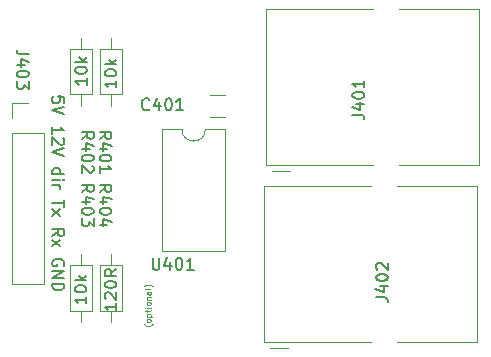
<source format=gbr>
%TF.GenerationSoftware,KiCad,Pcbnew,7.0.7*%
%TF.CreationDate,2024-02-24T14:04:37+01:00*%
%TF.ProjectId,Xnet,586e6574-2e6b-4696-9361-645f70636258,rev?*%
%TF.SameCoordinates,Original*%
%TF.FileFunction,Legend,Top*%
%TF.FilePolarity,Positive*%
%FSLAX46Y46*%
G04 Gerber Fmt 4.6, Leading zero omitted, Abs format (unit mm)*
G04 Created by KiCad (PCBNEW 7.0.7) date 2024-02-24 14:04:37*
%MOMM*%
%LPD*%
G01*
G04 APERTURE LIST*
%ADD10C,0.150000*%
%ADD11C,0.075000*%
%ADD12C,0.120000*%
%ADD13C,0.100000*%
%ADD14C,1.600000*%
%ADD15C,3.200000*%
%ADD16C,1.400000*%
%ADD17O,1.400000X1.400000*%
%ADD18R,1.700000X1.700000*%
%ADD19O,1.700000X1.700000*%
%ADD20C,3.250000*%
%ADD21R,1.520000X1.520000*%
%ADD22C,1.520000*%
%ADD23R,1.600000X1.600000*%
%ADD24O,1.600000X1.600000*%
G04 APERTURE END LIST*
D10*
X124545180Y-95309522D02*
X124545180Y-94833332D01*
X124545180Y-94833332D02*
X124068990Y-94785713D01*
X124068990Y-94785713D02*
X124116609Y-94833332D01*
X124116609Y-94833332D02*
X124164228Y-94928570D01*
X124164228Y-94928570D02*
X124164228Y-95166665D01*
X124164228Y-95166665D02*
X124116609Y-95261903D01*
X124116609Y-95261903D02*
X124068990Y-95309522D01*
X124068990Y-95309522D02*
X123973752Y-95357141D01*
X123973752Y-95357141D02*
X123735657Y-95357141D01*
X123735657Y-95357141D02*
X123640419Y-95309522D01*
X123640419Y-95309522D02*
X123592800Y-95261903D01*
X123592800Y-95261903D02*
X123545180Y-95166665D01*
X123545180Y-95166665D02*
X123545180Y-94928570D01*
X123545180Y-94928570D02*
X123592800Y-94833332D01*
X123592800Y-94833332D02*
X123640419Y-94785713D01*
X124545180Y-95642856D02*
X123545180Y-95976189D01*
X123545180Y-95976189D02*
X124545180Y-96309522D01*
X123545180Y-97928570D02*
X123545180Y-97357142D01*
X123545180Y-97642856D02*
X124545180Y-97642856D01*
X124545180Y-97642856D02*
X124402323Y-97547618D01*
X124402323Y-97547618D02*
X124307085Y-97452380D01*
X124307085Y-97452380D02*
X124259466Y-97357142D01*
X124449942Y-98309523D02*
X124497561Y-98357142D01*
X124497561Y-98357142D02*
X124545180Y-98452380D01*
X124545180Y-98452380D02*
X124545180Y-98690475D01*
X124545180Y-98690475D02*
X124497561Y-98785713D01*
X124497561Y-98785713D02*
X124449942Y-98833332D01*
X124449942Y-98833332D02*
X124354704Y-98880951D01*
X124354704Y-98880951D02*
X124259466Y-98880951D01*
X124259466Y-98880951D02*
X124116609Y-98833332D01*
X124116609Y-98833332D02*
X123545180Y-98261904D01*
X123545180Y-98261904D02*
X123545180Y-98880951D01*
X124545180Y-99166666D02*
X123545180Y-99499999D01*
X123545180Y-99499999D02*
X124545180Y-99833332D01*
X123545180Y-101357142D02*
X124545180Y-101357142D01*
X123592800Y-101357142D02*
X123545180Y-101261904D01*
X123545180Y-101261904D02*
X123545180Y-101071428D01*
X123545180Y-101071428D02*
X123592800Y-100976190D01*
X123592800Y-100976190D02*
X123640419Y-100928571D01*
X123640419Y-100928571D02*
X123735657Y-100880952D01*
X123735657Y-100880952D02*
X124021371Y-100880952D01*
X124021371Y-100880952D02*
X124116609Y-100928571D01*
X124116609Y-100928571D02*
X124164228Y-100976190D01*
X124164228Y-100976190D02*
X124211847Y-101071428D01*
X124211847Y-101071428D02*
X124211847Y-101261904D01*
X124211847Y-101261904D02*
X124164228Y-101357142D01*
X123545180Y-101833333D02*
X124211847Y-101833333D01*
X124545180Y-101833333D02*
X124497561Y-101785714D01*
X124497561Y-101785714D02*
X124449942Y-101833333D01*
X124449942Y-101833333D02*
X124497561Y-101880952D01*
X124497561Y-101880952D02*
X124545180Y-101833333D01*
X124545180Y-101833333D02*
X124449942Y-101833333D01*
X123545180Y-102309523D02*
X124211847Y-102309523D01*
X124021371Y-102309523D02*
X124116609Y-102357142D01*
X124116609Y-102357142D02*
X124164228Y-102404761D01*
X124164228Y-102404761D02*
X124211847Y-102499999D01*
X124211847Y-102499999D02*
X124211847Y-102595237D01*
X124545180Y-103547619D02*
X124545180Y-104119047D01*
X123545180Y-103833333D02*
X124545180Y-103833333D01*
X123545180Y-104357143D02*
X124211847Y-104880952D01*
X124211847Y-104357143D02*
X123545180Y-104880952D01*
X123545180Y-106595238D02*
X124021371Y-106261905D01*
X123545180Y-106023810D02*
X124545180Y-106023810D01*
X124545180Y-106023810D02*
X124545180Y-106404762D01*
X124545180Y-106404762D02*
X124497561Y-106500000D01*
X124497561Y-106500000D02*
X124449942Y-106547619D01*
X124449942Y-106547619D02*
X124354704Y-106595238D01*
X124354704Y-106595238D02*
X124211847Y-106595238D01*
X124211847Y-106595238D02*
X124116609Y-106547619D01*
X124116609Y-106547619D02*
X124068990Y-106500000D01*
X124068990Y-106500000D02*
X124021371Y-106404762D01*
X124021371Y-106404762D02*
X124021371Y-106023810D01*
X123545180Y-106928572D02*
X124211847Y-107452381D01*
X124211847Y-106928572D02*
X123545180Y-107452381D01*
X124497561Y-109119048D02*
X124545180Y-109023810D01*
X124545180Y-109023810D02*
X124545180Y-108880953D01*
X124545180Y-108880953D02*
X124497561Y-108738096D01*
X124497561Y-108738096D02*
X124402323Y-108642858D01*
X124402323Y-108642858D02*
X124307085Y-108595239D01*
X124307085Y-108595239D02*
X124116609Y-108547620D01*
X124116609Y-108547620D02*
X123973752Y-108547620D01*
X123973752Y-108547620D02*
X123783276Y-108595239D01*
X123783276Y-108595239D02*
X123688038Y-108642858D01*
X123688038Y-108642858D02*
X123592800Y-108738096D01*
X123592800Y-108738096D02*
X123545180Y-108880953D01*
X123545180Y-108880953D02*
X123545180Y-108976191D01*
X123545180Y-108976191D02*
X123592800Y-109119048D01*
X123592800Y-109119048D02*
X123640419Y-109166667D01*
X123640419Y-109166667D02*
X123973752Y-109166667D01*
X123973752Y-109166667D02*
X123973752Y-108976191D01*
X123545180Y-109595239D02*
X124545180Y-109595239D01*
X124545180Y-109595239D02*
X123545180Y-110166667D01*
X123545180Y-110166667D02*
X124545180Y-110166667D01*
X123545180Y-110642858D02*
X124545180Y-110642858D01*
X124545180Y-110642858D02*
X124545180Y-110880953D01*
X124545180Y-110880953D02*
X124497561Y-111023810D01*
X124497561Y-111023810D02*
X124402323Y-111119048D01*
X124402323Y-111119048D02*
X124307085Y-111166667D01*
X124307085Y-111166667D02*
X124116609Y-111214286D01*
X124116609Y-111214286D02*
X123973752Y-111214286D01*
X123973752Y-111214286D02*
X123783276Y-111166667D01*
X123783276Y-111166667D02*
X123688038Y-111119048D01*
X123688038Y-111119048D02*
X123592800Y-111023810D01*
X123592800Y-111023810D02*
X123545180Y-110880953D01*
X123545180Y-110880953D02*
X123545180Y-110642858D01*
D11*
X132052985Y-114064953D02*
X132029176Y-114088762D01*
X132029176Y-114088762D02*
X131957747Y-114136381D01*
X131957747Y-114136381D02*
X131910128Y-114160191D01*
X131910128Y-114160191D02*
X131838700Y-114184000D01*
X131838700Y-114184000D02*
X131719652Y-114207810D01*
X131719652Y-114207810D02*
X131624414Y-114207810D01*
X131624414Y-114207810D02*
X131505366Y-114184000D01*
X131505366Y-114184000D02*
X131433938Y-114160191D01*
X131433938Y-114160191D02*
X131386319Y-114136381D01*
X131386319Y-114136381D02*
X131314890Y-114088762D01*
X131314890Y-114088762D02*
X131291080Y-114064953D01*
X131862509Y-113803048D02*
X131838700Y-113850667D01*
X131838700Y-113850667D02*
X131814890Y-113874477D01*
X131814890Y-113874477D02*
X131767271Y-113898286D01*
X131767271Y-113898286D02*
X131624414Y-113898286D01*
X131624414Y-113898286D02*
X131576795Y-113874477D01*
X131576795Y-113874477D02*
X131552985Y-113850667D01*
X131552985Y-113850667D02*
X131529176Y-113803048D01*
X131529176Y-113803048D02*
X131529176Y-113731620D01*
X131529176Y-113731620D02*
X131552985Y-113684001D01*
X131552985Y-113684001D02*
X131576795Y-113660191D01*
X131576795Y-113660191D02*
X131624414Y-113636382D01*
X131624414Y-113636382D02*
X131767271Y-113636382D01*
X131767271Y-113636382D02*
X131814890Y-113660191D01*
X131814890Y-113660191D02*
X131838700Y-113684001D01*
X131838700Y-113684001D02*
X131862509Y-113731620D01*
X131862509Y-113731620D02*
X131862509Y-113803048D01*
X131529176Y-113422096D02*
X132029176Y-113422096D01*
X131552985Y-113422096D02*
X131529176Y-113374477D01*
X131529176Y-113374477D02*
X131529176Y-113279239D01*
X131529176Y-113279239D02*
X131552985Y-113231620D01*
X131552985Y-113231620D02*
X131576795Y-113207810D01*
X131576795Y-113207810D02*
X131624414Y-113184001D01*
X131624414Y-113184001D02*
X131767271Y-113184001D01*
X131767271Y-113184001D02*
X131814890Y-113207810D01*
X131814890Y-113207810D02*
X131838700Y-113231620D01*
X131838700Y-113231620D02*
X131862509Y-113279239D01*
X131862509Y-113279239D02*
X131862509Y-113374477D01*
X131862509Y-113374477D02*
X131838700Y-113422096D01*
X131529176Y-113041143D02*
X131529176Y-112850667D01*
X131362509Y-112969715D02*
X131791080Y-112969715D01*
X131791080Y-112969715D02*
X131838700Y-112945905D01*
X131838700Y-112945905D02*
X131862509Y-112898286D01*
X131862509Y-112898286D02*
X131862509Y-112850667D01*
X131862509Y-112684001D02*
X131529176Y-112684001D01*
X131362509Y-112684001D02*
X131386319Y-112707810D01*
X131386319Y-112707810D02*
X131410128Y-112684001D01*
X131410128Y-112684001D02*
X131386319Y-112660191D01*
X131386319Y-112660191D02*
X131362509Y-112684001D01*
X131362509Y-112684001D02*
X131410128Y-112684001D01*
X131862509Y-112374477D02*
X131838700Y-112422096D01*
X131838700Y-112422096D02*
X131814890Y-112445906D01*
X131814890Y-112445906D02*
X131767271Y-112469715D01*
X131767271Y-112469715D02*
X131624414Y-112469715D01*
X131624414Y-112469715D02*
X131576795Y-112445906D01*
X131576795Y-112445906D02*
X131552985Y-112422096D01*
X131552985Y-112422096D02*
X131529176Y-112374477D01*
X131529176Y-112374477D02*
X131529176Y-112303049D01*
X131529176Y-112303049D02*
X131552985Y-112255430D01*
X131552985Y-112255430D02*
X131576795Y-112231620D01*
X131576795Y-112231620D02*
X131624414Y-112207811D01*
X131624414Y-112207811D02*
X131767271Y-112207811D01*
X131767271Y-112207811D02*
X131814890Y-112231620D01*
X131814890Y-112231620D02*
X131838700Y-112255430D01*
X131838700Y-112255430D02*
X131862509Y-112303049D01*
X131862509Y-112303049D02*
X131862509Y-112374477D01*
X131529176Y-111993525D02*
X131862509Y-111993525D01*
X131576795Y-111993525D02*
X131552985Y-111969715D01*
X131552985Y-111969715D02*
X131529176Y-111922096D01*
X131529176Y-111922096D02*
X131529176Y-111850668D01*
X131529176Y-111850668D02*
X131552985Y-111803049D01*
X131552985Y-111803049D02*
X131600604Y-111779239D01*
X131600604Y-111779239D02*
X131862509Y-111779239D01*
X131862509Y-111326858D02*
X131600604Y-111326858D01*
X131600604Y-111326858D02*
X131552985Y-111350668D01*
X131552985Y-111350668D02*
X131529176Y-111398287D01*
X131529176Y-111398287D02*
X131529176Y-111493525D01*
X131529176Y-111493525D02*
X131552985Y-111541144D01*
X131838700Y-111326858D02*
X131862509Y-111374477D01*
X131862509Y-111374477D02*
X131862509Y-111493525D01*
X131862509Y-111493525D02*
X131838700Y-111541144D01*
X131838700Y-111541144D02*
X131791080Y-111564953D01*
X131791080Y-111564953D02*
X131743461Y-111564953D01*
X131743461Y-111564953D02*
X131695842Y-111541144D01*
X131695842Y-111541144D02*
X131672033Y-111493525D01*
X131672033Y-111493525D02*
X131672033Y-111374477D01*
X131672033Y-111374477D02*
X131648223Y-111326858D01*
X131862509Y-111017334D02*
X131838700Y-111064953D01*
X131838700Y-111064953D02*
X131791080Y-111088763D01*
X131791080Y-111088763D02*
X131362509Y-111088763D01*
X132052985Y-110874477D02*
X132029176Y-110850667D01*
X132029176Y-110850667D02*
X131957747Y-110803048D01*
X131957747Y-110803048D02*
X131910128Y-110779239D01*
X131910128Y-110779239D02*
X131838700Y-110755429D01*
X131838700Y-110755429D02*
X131719652Y-110731620D01*
X131719652Y-110731620D02*
X131624414Y-110731620D01*
X131624414Y-110731620D02*
X131505366Y-110755429D01*
X131505366Y-110755429D02*
X131433938Y-110779239D01*
X131433938Y-110779239D02*
X131386319Y-110803048D01*
X131386319Y-110803048D02*
X131314890Y-110850667D01*
X131314890Y-110850667D02*
X131291080Y-110874477D01*
D10*
X131750952Y-95859580D02*
X131703333Y-95907200D01*
X131703333Y-95907200D02*
X131560476Y-95954819D01*
X131560476Y-95954819D02*
X131465238Y-95954819D01*
X131465238Y-95954819D02*
X131322381Y-95907200D01*
X131322381Y-95907200D02*
X131227143Y-95811961D01*
X131227143Y-95811961D02*
X131179524Y-95716723D01*
X131179524Y-95716723D02*
X131131905Y-95526247D01*
X131131905Y-95526247D02*
X131131905Y-95383390D01*
X131131905Y-95383390D02*
X131179524Y-95192914D01*
X131179524Y-95192914D02*
X131227143Y-95097676D01*
X131227143Y-95097676D02*
X131322381Y-95002438D01*
X131322381Y-95002438D02*
X131465238Y-94954819D01*
X131465238Y-94954819D02*
X131560476Y-94954819D01*
X131560476Y-94954819D02*
X131703333Y-95002438D01*
X131703333Y-95002438D02*
X131750952Y-95050057D01*
X132608095Y-95288152D02*
X132608095Y-95954819D01*
X132370000Y-94907200D02*
X132131905Y-95621485D01*
X132131905Y-95621485D02*
X132750952Y-95621485D01*
X133322381Y-94954819D02*
X133417619Y-94954819D01*
X133417619Y-94954819D02*
X133512857Y-95002438D01*
X133512857Y-95002438D02*
X133560476Y-95050057D01*
X133560476Y-95050057D02*
X133608095Y-95145295D01*
X133608095Y-95145295D02*
X133655714Y-95335771D01*
X133655714Y-95335771D02*
X133655714Y-95573866D01*
X133655714Y-95573866D02*
X133608095Y-95764342D01*
X133608095Y-95764342D02*
X133560476Y-95859580D01*
X133560476Y-95859580D02*
X133512857Y-95907200D01*
X133512857Y-95907200D02*
X133417619Y-95954819D01*
X133417619Y-95954819D02*
X133322381Y-95954819D01*
X133322381Y-95954819D02*
X133227143Y-95907200D01*
X133227143Y-95907200D02*
X133179524Y-95859580D01*
X133179524Y-95859580D02*
X133131905Y-95764342D01*
X133131905Y-95764342D02*
X133084286Y-95573866D01*
X133084286Y-95573866D02*
X133084286Y-95335771D01*
X133084286Y-95335771D02*
X133131905Y-95145295D01*
X133131905Y-95145295D02*
X133179524Y-95050057D01*
X133179524Y-95050057D02*
X133227143Y-95002438D01*
X133227143Y-95002438D02*
X133322381Y-94954819D01*
X134608095Y-95954819D02*
X134036667Y-95954819D01*
X134322381Y-95954819D02*
X134322381Y-94954819D01*
X134322381Y-94954819D02*
X134227143Y-95097676D01*
X134227143Y-95097676D02*
X134131905Y-95192914D01*
X134131905Y-95192914D02*
X134036667Y-95240533D01*
X127545180Y-98380952D02*
X128021371Y-98047619D01*
X127545180Y-97809524D02*
X128545180Y-97809524D01*
X128545180Y-97809524D02*
X128545180Y-98190476D01*
X128545180Y-98190476D02*
X128497561Y-98285714D01*
X128497561Y-98285714D02*
X128449942Y-98333333D01*
X128449942Y-98333333D02*
X128354704Y-98380952D01*
X128354704Y-98380952D02*
X128211847Y-98380952D01*
X128211847Y-98380952D02*
X128116609Y-98333333D01*
X128116609Y-98333333D02*
X128068990Y-98285714D01*
X128068990Y-98285714D02*
X128021371Y-98190476D01*
X128021371Y-98190476D02*
X128021371Y-97809524D01*
X128211847Y-99238095D02*
X127545180Y-99238095D01*
X128592800Y-99000000D02*
X127878514Y-98761905D01*
X127878514Y-98761905D02*
X127878514Y-99380952D01*
X128545180Y-99952381D02*
X128545180Y-100047619D01*
X128545180Y-100047619D02*
X128497561Y-100142857D01*
X128497561Y-100142857D02*
X128449942Y-100190476D01*
X128449942Y-100190476D02*
X128354704Y-100238095D01*
X128354704Y-100238095D02*
X128164228Y-100285714D01*
X128164228Y-100285714D02*
X127926133Y-100285714D01*
X127926133Y-100285714D02*
X127735657Y-100238095D01*
X127735657Y-100238095D02*
X127640419Y-100190476D01*
X127640419Y-100190476D02*
X127592800Y-100142857D01*
X127592800Y-100142857D02*
X127545180Y-100047619D01*
X127545180Y-100047619D02*
X127545180Y-99952381D01*
X127545180Y-99952381D02*
X127592800Y-99857143D01*
X127592800Y-99857143D02*
X127640419Y-99809524D01*
X127640419Y-99809524D02*
X127735657Y-99761905D01*
X127735657Y-99761905D02*
X127926133Y-99714286D01*
X127926133Y-99714286D02*
X128164228Y-99714286D01*
X128164228Y-99714286D02*
X128354704Y-99761905D01*
X128354704Y-99761905D02*
X128449942Y-99809524D01*
X128449942Y-99809524D02*
X128497561Y-99857143D01*
X128497561Y-99857143D02*
X128545180Y-99952381D01*
X127545180Y-101238095D02*
X127545180Y-100666667D01*
X127545180Y-100952381D02*
X128545180Y-100952381D01*
X128545180Y-100952381D02*
X128402323Y-100857143D01*
X128402323Y-100857143D02*
X128307085Y-100761905D01*
X128307085Y-100761905D02*
X128259466Y-100666667D01*
X128978819Y-93457638D02*
X128978819Y-94029066D01*
X128978819Y-93743352D02*
X127978819Y-93743352D01*
X127978819Y-93743352D02*
X128121676Y-93838590D01*
X128121676Y-93838590D02*
X128216914Y-93933828D01*
X128216914Y-93933828D02*
X128264533Y-94029066D01*
X127978819Y-92838590D02*
X127978819Y-92743352D01*
X127978819Y-92743352D02*
X128026438Y-92648114D01*
X128026438Y-92648114D02*
X128074057Y-92600495D01*
X128074057Y-92600495D02*
X128169295Y-92552876D01*
X128169295Y-92552876D02*
X128359771Y-92505257D01*
X128359771Y-92505257D02*
X128597866Y-92505257D01*
X128597866Y-92505257D02*
X128788342Y-92552876D01*
X128788342Y-92552876D02*
X128883580Y-92600495D01*
X128883580Y-92600495D02*
X128931200Y-92648114D01*
X128931200Y-92648114D02*
X128978819Y-92743352D01*
X128978819Y-92743352D02*
X128978819Y-92838590D01*
X128978819Y-92838590D02*
X128931200Y-92933828D01*
X128931200Y-92933828D02*
X128883580Y-92981447D01*
X128883580Y-92981447D02*
X128788342Y-93029066D01*
X128788342Y-93029066D02*
X128597866Y-93076685D01*
X128597866Y-93076685D02*
X128359771Y-93076685D01*
X128359771Y-93076685D02*
X128169295Y-93029066D01*
X128169295Y-93029066D02*
X128074057Y-92981447D01*
X128074057Y-92981447D02*
X128026438Y-92933828D01*
X128026438Y-92933828D02*
X127978819Y-92838590D01*
X128978819Y-92076685D02*
X127978819Y-92076685D01*
X128597866Y-91981447D02*
X128978819Y-91695733D01*
X128312152Y-91695733D02*
X128693104Y-92076685D01*
X121545180Y-91214285D02*
X120830895Y-91214285D01*
X120830895Y-91214285D02*
X120688038Y-91166666D01*
X120688038Y-91166666D02*
X120592800Y-91071428D01*
X120592800Y-91071428D02*
X120545180Y-90928571D01*
X120545180Y-90928571D02*
X120545180Y-90833333D01*
X121211847Y-92119047D02*
X120545180Y-92119047D01*
X121592800Y-91880952D02*
X120878514Y-91642857D01*
X120878514Y-91642857D02*
X120878514Y-92261904D01*
X121545180Y-92833333D02*
X121545180Y-92928571D01*
X121545180Y-92928571D02*
X121497561Y-93023809D01*
X121497561Y-93023809D02*
X121449942Y-93071428D01*
X121449942Y-93071428D02*
X121354704Y-93119047D01*
X121354704Y-93119047D02*
X121164228Y-93166666D01*
X121164228Y-93166666D02*
X120926133Y-93166666D01*
X120926133Y-93166666D02*
X120735657Y-93119047D01*
X120735657Y-93119047D02*
X120640419Y-93071428D01*
X120640419Y-93071428D02*
X120592800Y-93023809D01*
X120592800Y-93023809D02*
X120545180Y-92928571D01*
X120545180Y-92928571D02*
X120545180Y-92833333D01*
X120545180Y-92833333D02*
X120592800Y-92738095D01*
X120592800Y-92738095D02*
X120640419Y-92690476D01*
X120640419Y-92690476D02*
X120735657Y-92642857D01*
X120735657Y-92642857D02*
X120926133Y-92595238D01*
X120926133Y-92595238D02*
X121164228Y-92595238D01*
X121164228Y-92595238D02*
X121354704Y-92642857D01*
X121354704Y-92642857D02*
X121449942Y-92690476D01*
X121449942Y-92690476D02*
X121497561Y-92738095D01*
X121497561Y-92738095D02*
X121545180Y-92833333D01*
X121545180Y-93500000D02*
X121545180Y-94119047D01*
X121545180Y-94119047D02*
X121164228Y-93785714D01*
X121164228Y-93785714D02*
X121164228Y-93928571D01*
X121164228Y-93928571D02*
X121116609Y-94023809D01*
X121116609Y-94023809D02*
X121068990Y-94071428D01*
X121068990Y-94071428D02*
X120973752Y-94119047D01*
X120973752Y-94119047D02*
X120735657Y-94119047D01*
X120735657Y-94119047D02*
X120640419Y-94071428D01*
X120640419Y-94071428D02*
X120592800Y-94023809D01*
X120592800Y-94023809D02*
X120545180Y-93928571D01*
X120545180Y-93928571D02*
X120545180Y-93642857D01*
X120545180Y-93642857D02*
X120592800Y-93547619D01*
X120592800Y-93547619D02*
X120640419Y-93500000D01*
X150954819Y-111785714D02*
X151669104Y-111785714D01*
X151669104Y-111785714D02*
X151811961Y-111833333D01*
X151811961Y-111833333D02*
X151907200Y-111928571D01*
X151907200Y-111928571D02*
X151954819Y-112071428D01*
X151954819Y-112071428D02*
X151954819Y-112166666D01*
X151288152Y-110880952D02*
X151954819Y-110880952D01*
X150907200Y-111119047D02*
X151621485Y-111357142D01*
X151621485Y-111357142D02*
X151621485Y-110738095D01*
X150954819Y-110166666D02*
X150954819Y-110071428D01*
X150954819Y-110071428D02*
X151002438Y-109976190D01*
X151002438Y-109976190D02*
X151050057Y-109928571D01*
X151050057Y-109928571D02*
X151145295Y-109880952D01*
X151145295Y-109880952D02*
X151335771Y-109833333D01*
X151335771Y-109833333D02*
X151573866Y-109833333D01*
X151573866Y-109833333D02*
X151764342Y-109880952D01*
X151764342Y-109880952D02*
X151859580Y-109928571D01*
X151859580Y-109928571D02*
X151907200Y-109976190D01*
X151907200Y-109976190D02*
X151954819Y-110071428D01*
X151954819Y-110071428D02*
X151954819Y-110166666D01*
X151954819Y-110166666D02*
X151907200Y-110261904D01*
X151907200Y-110261904D02*
X151859580Y-110309523D01*
X151859580Y-110309523D02*
X151764342Y-110357142D01*
X151764342Y-110357142D02*
X151573866Y-110404761D01*
X151573866Y-110404761D02*
X151335771Y-110404761D01*
X151335771Y-110404761D02*
X151145295Y-110357142D01*
X151145295Y-110357142D02*
X151050057Y-110309523D01*
X151050057Y-110309523D02*
X151002438Y-110261904D01*
X151002438Y-110261904D02*
X150954819Y-110166666D01*
X151050057Y-109452380D02*
X151002438Y-109404761D01*
X151002438Y-109404761D02*
X150954819Y-109309523D01*
X150954819Y-109309523D02*
X150954819Y-109071428D01*
X150954819Y-109071428D02*
X151002438Y-108976190D01*
X151002438Y-108976190D02*
X151050057Y-108928571D01*
X151050057Y-108928571D02*
X151145295Y-108880952D01*
X151145295Y-108880952D02*
X151240533Y-108880952D01*
X151240533Y-108880952D02*
X151383390Y-108928571D01*
X151383390Y-108928571D02*
X151954819Y-109499999D01*
X151954819Y-109499999D02*
X151954819Y-108880952D01*
X126045180Y-98380952D02*
X126521371Y-98047619D01*
X126045180Y-97809524D02*
X127045180Y-97809524D01*
X127045180Y-97809524D02*
X127045180Y-98190476D01*
X127045180Y-98190476D02*
X126997561Y-98285714D01*
X126997561Y-98285714D02*
X126949942Y-98333333D01*
X126949942Y-98333333D02*
X126854704Y-98380952D01*
X126854704Y-98380952D02*
X126711847Y-98380952D01*
X126711847Y-98380952D02*
X126616609Y-98333333D01*
X126616609Y-98333333D02*
X126568990Y-98285714D01*
X126568990Y-98285714D02*
X126521371Y-98190476D01*
X126521371Y-98190476D02*
X126521371Y-97809524D01*
X126711847Y-99238095D02*
X126045180Y-99238095D01*
X127092800Y-99000000D02*
X126378514Y-98761905D01*
X126378514Y-98761905D02*
X126378514Y-99380952D01*
X127045180Y-99952381D02*
X127045180Y-100047619D01*
X127045180Y-100047619D02*
X126997561Y-100142857D01*
X126997561Y-100142857D02*
X126949942Y-100190476D01*
X126949942Y-100190476D02*
X126854704Y-100238095D01*
X126854704Y-100238095D02*
X126664228Y-100285714D01*
X126664228Y-100285714D02*
X126426133Y-100285714D01*
X126426133Y-100285714D02*
X126235657Y-100238095D01*
X126235657Y-100238095D02*
X126140419Y-100190476D01*
X126140419Y-100190476D02*
X126092800Y-100142857D01*
X126092800Y-100142857D02*
X126045180Y-100047619D01*
X126045180Y-100047619D02*
X126045180Y-99952381D01*
X126045180Y-99952381D02*
X126092800Y-99857143D01*
X126092800Y-99857143D02*
X126140419Y-99809524D01*
X126140419Y-99809524D02*
X126235657Y-99761905D01*
X126235657Y-99761905D02*
X126426133Y-99714286D01*
X126426133Y-99714286D02*
X126664228Y-99714286D01*
X126664228Y-99714286D02*
X126854704Y-99761905D01*
X126854704Y-99761905D02*
X126949942Y-99809524D01*
X126949942Y-99809524D02*
X126997561Y-99857143D01*
X126997561Y-99857143D02*
X127045180Y-99952381D01*
X126949942Y-100666667D02*
X126997561Y-100714286D01*
X126997561Y-100714286D02*
X127045180Y-100809524D01*
X127045180Y-100809524D02*
X127045180Y-101047619D01*
X127045180Y-101047619D02*
X126997561Y-101142857D01*
X126997561Y-101142857D02*
X126949942Y-101190476D01*
X126949942Y-101190476D02*
X126854704Y-101238095D01*
X126854704Y-101238095D02*
X126759466Y-101238095D01*
X126759466Y-101238095D02*
X126616609Y-101190476D01*
X126616609Y-101190476D02*
X126045180Y-100619048D01*
X126045180Y-100619048D02*
X126045180Y-101238095D01*
X126489619Y-93229038D02*
X126489619Y-93800466D01*
X126489619Y-93514752D02*
X125489619Y-93514752D01*
X125489619Y-93514752D02*
X125632476Y-93609990D01*
X125632476Y-93609990D02*
X125727714Y-93705228D01*
X125727714Y-93705228D02*
X125775333Y-93800466D01*
X125489619Y-92609990D02*
X125489619Y-92514752D01*
X125489619Y-92514752D02*
X125537238Y-92419514D01*
X125537238Y-92419514D02*
X125584857Y-92371895D01*
X125584857Y-92371895D02*
X125680095Y-92324276D01*
X125680095Y-92324276D02*
X125870571Y-92276657D01*
X125870571Y-92276657D02*
X126108666Y-92276657D01*
X126108666Y-92276657D02*
X126299142Y-92324276D01*
X126299142Y-92324276D02*
X126394380Y-92371895D01*
X126394380Y-92371895D02*
X126442000Y-92419514D01*
X126442000Y-92419514D02*
X126489619Y-92514752D01*
X126489619Y-92514752D02*
X126489619Y-92609990D01*
X126489619Y-92609990D02*
X126442000Y-92705228D01*
X126442000Y-92705228D02*
X126394380Y-92752847D01*
X126394380Y-92752847D02*
X126299142Y-92800466D01*
X126299142Y-92800466D02*
X126108666Y-92848085D01*
X126108666Y-92848085D02*
X125870571Y-92848085D01*
X125870571Y-92848085D02*
X125680095Y-92800466D01*
X125680095Y-92800466D02*
X125584857Y-92752847D01*
X125584857Y-92752847D02*
X125537238Y-92705228D01*
X125537238Y-92705228D02*
X125489619Y-92609990D01*
X126489619Y-91848085D02*
X125489619Y-91848085D01*
X126108666Y-91752847D02*
X126489619Y-91467133D01*
X125822952Y-91467133D02*
X126203904Y-91848085D01*
X126045180Y-102880952D02*
X126521371Y-102547619D01*
X126045180Y-102309524D02*
X127045180Y-102309524D01*
X127045180Y-102309524D02*
X127045180Y-102690476D01*
X127045180Y-102690476D02*
X126997561Y-102785714D01*
X126997561Y-102785714D02*
X126949942Y-102833333D01*
X126949942Y-102833333D02*
X126854704Y-102880952D01*
X126854704Y-102880952D02*
X126711847Y-102880952D01*
X126711847Y-102880952D02*
X126616609Y-102833333D01*
X126616609Y-102833333D02*
X126568990Y-102785714D01*
X126568990Y-102785714D02*
X126521371Y-102690476D01*
X126521371Y-102690476D02*
X126521371Y-102309524D01*
X126711847Y-103738095D02*
X126045180Y-103738095D01*
X127092800Y-103500000D02*
X126378514Y-103261905D01*
X126378514Y-103261905D02*
X126378514Y-103880952D01*
X127045180Y-104452381D02*
X127045180Y-104547619D01*
X127045180Y-104547619D02*
X126997561Y-104642857D01*
X126997561Y-104642857D02*
X126949942Y-104690476D01*
X126949942Y-104690476D02*
X126854704Y-104738095D01*
X126854704Y-104738095D02*
X126664228Y-104785714D01*
X126664228Y-104785714D02*
X126426133Y-104785714D01*
X126426133Y-104785714D02*
X126235657Y-104738095D01*
X126235657Y-104738095D02*
X126140419Y-104690476D01*
X126140419Y-104690476D02*
X126092800Y-104642857D01*
X126092800Y-104642857D02*
X126045180Y-104547619D01*
X126045180Y-104547619D02*
X126045180Y-104452381D01*
X126045180Y-104452381D02*
X126092800Y-104357143D01*
X126092800Y-104357143D02*
X126140419Y-104309524D01*
X126140419Y-104309524D02*
X126235657Y-104261905D01*
X126235657Y-104261905D02*
X126426133Y-104214286D01*
X126426133Y-104214286D02*
X126664228Y-104214286D01*
X126664228Y-104214286D02*
X126854704Y-104261905D01*
X126854704Y-104261905D02*
X126949942Y-104309524D01*
X126949942Y-104309524D02*
X126997561Y-104357143D01*
X126997561Y-104357143D02*
X127045180Y-104452381D01*
X127045180Y-105119048D02*
X127045180Y-105738095D01*
X127045180Y-105738095D02*
X126664228Y-105404762D01*
X126664228Y-105404762D02*
X126664228Y-105547619D01*
X126664228Y-105547619D02*
X126616609Y-105642857D01*
X126616609Y-105642857D02*
X126568990Y-105690476D01*
X126568990Y-105690476D02*
X126473752Y-105738095D01*
X126473752Y-105738095D02*
X126235657Y-105738095D01*
X126235657Y-105738095D02*
X126140419Y-105690476D01*
X126140419Y-105690476D02*
X126092800Y-105642857D01*
X126092800Y-105642857D02*
X126045180Y-105547619D01*
X126045180Y-105547619D02*
X126045180Y-105261905D01*
X126045180Y-105261905D02*
X126092800Y-105166667D01*
X126092800Y-105166667D02*
X126140419Y-105119048D01*
X126438819Y-111745638D02*
X126438819Y-112317066D01*
X126438819Y-112031352D02*
X125438819Y-112031352D01*
X125438819Y-112031352D02*
X125581676Y-112126590D01*
X125581676Y-112126590D02*
X125676914Y-112221828D01*
X125676914Y-112221828D02*
X125724533Y-112317066D01*
X125438819Y-111126590D02*
X125438819Y-111031352D01*
X125438819Y-111031352D02*
X125486438Y-110936114D01*
X125486438Y-110936114D02*
X125534057Y-110888495D01*
X125534057Y-110888495D02*
X125629295Y-110840876D01*
X125629295Y-110840876D02*
X125819771Y-110793257D01*
X125819771Y-110793257D02*
X126057866Y-110793257D01*
X126057866Y-110793257D02*
X126248342Y-110840876D01*
X126248342Y-110840876D02*
X126343580Y-110888495D01*
X126343580Y-110888495D02*
X126391200Y-110936114D01*
X126391200Y-110936114D02*
X126438819Y-111031352D01*
X126438819Y-111031352D02*
X126438819Y-111126590D01*
X126438819Y-111126590D02*
X126391200Y-111221828D01*
X126391200Y-111221828D02*
X126343580Y-111269447D01*
X126343580Y-111269447D02*
X126248342Y-111317066D01*
X126248342Y-111317066D02*
X126057866Y-111364685D01*
X126057866Y-111364685D02*
X125819771Y-111364685D01*
X125819771Y-111364685D02*
X125629295Y-111317066D01*
X125629295Y-111317066D02*
X125534057Y-111269447D01*
X125534057Y-111269447D02*
X125486438Y-111221828D01*
X125486438Y-111221828D02*
X125438819Y-111126590D01*
X126438819Y-110364685D02*
X125438819Y-110364685D01*
X126057866Y-110269447D02*
X126438819Y-109983733D01*
X125772152Y-109983733D02*
X126153104Y-110364685D01*
X148954819Y-96345714D02*
X149669104Y-96345714D01*
X149669104Y-96345714D02*
X149811961Y-96393333D01*
X149811961Y-96393333D02*
X149907200Y-96488571D01*
X149907200Y-96488571D02*
X149954819Y-96631428D01*
X149954819Y-96631428D02*
X149954819Y-96726666D01*
X149288152Y-95440952D02*
X149954819Y-95440952D01*
X148907200Y-95679047D02*
X149621485Y-95917142D01*
X149621485Y-95917142D02*
X149621485Y-95298095D01*
X148954819Y-94726666D02*
X148954819Y-94631428D01*
X148954819Y-94631428D02*
X149002438Y-94536190D01*
X149002438Y-94536190D02*
X149050057Y-94488571D01*
X149050057Y-94488571D02*
X149145295Y-94440952D01*
X149145295Y-94440952D02*
X149335771Y-94393333D01*
X149335771Y-94393333D02*
X149573866Y-94393333D01*
X149573866Y-94393333D02*
X149764342Y-94440952D01*
X149764342Y-94440952D02*
X149859580Y-94488571D01*
X149859580Y-94488571D02*
X149907200Y-94536190D01*
X149907200Y-94536190D02*
X149954819Y-94631428D01*
X149954819Y-94631428D02*
X149954819Y-94726666D01*
X149954819Y-94726666D02*
X149907200Y-94821904D01*
X149907200Y-94821904D02*
X149859580Y-94869523D01*
X149859580Y-94869523D02*
X149764342Y-94917142D01*
X149764342Y-94917142D02*
X149573866Y-94964761D01*
X149573866Y-94964761D02*
X149335771Y-94964761D01*
X149335771Y-94964761D02*
X149145295Y-94917142D01*
X149145295Y-94917142D02*
X149050057Y-94869523D01*
X149050057Y-94869523D02*
X149002438Y-94821904D01*
X149002438Y-94821904D02*
X148954819Y-94726666D01*
X149954819Y-93440952D02*
X149954819Y-94012380D01*
X149954819Y-93726666D02*
X148954819Y-93726666D01*
X148954819Y-93726666D02*
X149097676Y-93821904D01*
X149097676Y-93821904D02*
X149192914Y-93917142D01*
X149192914Y-93917142D02*
X149240533Y-94012380D01*
X127545180Y-102880952D02*
X128021371Y-102547619D01*
X127545180Y-102309524D02*
X128545180Y-102309524D01*
X128545180Y-102309524D02*
X128545180Y-102690476D01*
X128545180Y-102690476D02*
X128497561Y-102785714D01*
X128497561Y-102785714D02*
X128449942Y-102833333D01*
X128449942Y-102833333D02*
X128354704Y-102880952D01*
X128354704Y-102880952D02*
X128211847Y-102880952D01*
X128211847Y-102880952D02*
X128116609Y-102833333D01*
X128116609Y-102833333D02*
X128068990Y-102785714D01*
X128068990Y-102785714D02*
X128021371Y-102690476D01*
X128021371Y-102690476D02*
X128021371Y-102309524D01*
X128211847Y-103738095D02*
X127545180Y-103738095D01*
X128592800Y-103500000D02*
X127878514Y-103261905D01*
X127878514Y-103261905D02*
X127878514Y-103880952D01*
X128545180Y-104452381D02*
X128545180Y-104547619D01*
X128545180Y-104547619D02*
X128497561Y-104642857D01*
X128497561Y-104642857D02*
X128449942Y-104690476D01*
X128449942Y-104690476D02*
X128354704Y-104738095D01*
X128354704Y-104738095D02*
X128164228Y-104785714D01*
X128164228Y-104785714D02*
X127926133Y-104785714D01*
X127926133Y-104785714D02*
X127735657Y-104738095D01*
X127735657Y-104738095D02*
X127640419Y-104690476D01*
X127640419Y-104690476D02*
X127592800Y-104642857D01*
X127592800Y-104642857D02*
X127545180Y-104547619D01*
X127545180Y-104547619D02*
X127545180Y-104452381D01*
X127545180Y-104452381D02*
X127592800Y-104357143D01*
X127592800Y-104357143D02*
X127640419Y-104309524D01*
X127640419Y-104309524D02*
X127735657Y-104261905D01*
X127735657Y-104261905D02*
X127926133Y-104214286D01*
X127926133Y-104214286D02*
X128164228Y-104214286D01*
X128164228Y-104214286D02*
X128354704Y-104261905D01*
X128354704Y-104261905D02*
X128449942Y-104309524D01*
X128449942Y-104309524D02*
X128497561Y-104357143D01*
X128497561Y-104357143D02*
X128545180Y-104452381D01*
X128211847Y-105642857D02*
X127545180Y-105642857D01*
X128592800Y-105404762D02*
X127878514Y-105166667D01*
X127878514Y-105166667D02*
X127878514Y-105785714D01*
X128978819Y-112317066D02*
X128978819Y-112888494D01*
X128978819Y-112602780D02*
X127978819Y-112602780D01*
X127978819Y-112602780D02*
X128121676Y-112698018D01*
X128121676Y-112698018D02*
X128216914Y-112793256D01*
X128216914Y-112793256D02*
X128264533Y-112888494D01*
X128074057Y-111936113D02*
X128026438Y-111888494D01*
X128026438Y-111888494D02*
X127978819Y-111793256D01*
X127978819Y-111793256D02*
X127978819Y-111555161D01*
X127978819Y-111555161D02*
X128026438Y-111459923D01*
X128026438Y-111459923D02*
X128074057Y-111412304D01*
X128074057Y-111412304D02*
X128169295Y-111364685D01*
X128169295Y-111364685D02*
X128264533Y-111364685D01*
X128264533Y-111364685D02*
X128407390Y-111412304D01*
X128407390Y-111412304D02*
X128978819Y-111983732D01*
X128978819Y-111983732D02*
X128978819Y-111364685D01*
X127978819Y-110745637D02*
X127978819Y-110650399D01*
X127978819Y-110650399D02*
X128026438Y-110555161D01*
X128026438Y-110555161D02*
X128074057Y-110507542D01*
X128074057Y-110507542D02*
X128169295Y-110459923D01*
X128169295Y-110459923D02*
X128359771Y-110412304D01*
X128359771Y-110412304D02*
X128597866Y-110412304D01*
X128597866Y-110412304D02*
X128788342Y-110459923D01*
X128788342Y-110459923D02*
X128883580Y-110507542D01*
X128883580Y-110507542D02*
X128931200Y-110555161D01*
X128931200Y-110555161D02*
X128978819Y-110650399D01*
X128978819Y-110650399D02*
X128978819Y-110745637D01*
X128978819Y-110745637D02*
X128931200Y-110840875D01*
X128931200Y-110840875D02*
X128883580Y-110888494D01*
X128883580Y-110888494D02*
X128788342Y-110936113D01*
X128788342Y-110936113D02*
X128597866Y-110983732D01*
X128597866Y-110983732D02*
X128359771Y-110983732D01*
X128359771Y-110983732D02*
X128169295Y-110936113D01*
X128169295Y-110936113D02*
X128074057Y-110888494D01*
X128074057Y-110888494D02*
X128026438Y-110840875D01*
X128026438Y-110840875D02*
X127978819Y-110745637D01*
X128978819Y-109412304D02*
X128502628Y-109745637D01*
X128978819Y-109983732D02*
X127978819Y-109983732D01*
X127978819Y-109983732D02*
X127978819Y-109602780D01*
X127978819Y-109602780D02*
X128026438Y-109507542D01*
X128026438Y-109507542D02*
X128074057Y-109459923D01*
X128074057Y-109459923D02*
X128169295Y-109412304D01*
X128169295Y-109412304D02*
X128312152Y-109412304D01*
X128312152Y-109412304D02*
X128407390Y-109459923D01*
X128407390Y-109459923D02*
X128455009Y-109507542D01*
X128455009Y-109507542D02*
X128502628Y-109602780D01*
X128502628Y-109602780D02*
X128502628Y-109983732D01*
X132035714Y-108454819D02*
X132035714Y-109264342D01*
X132035714Y-109264342D02*
X132083333Y-109359580D01*
X132083333Y-109359580D02*
X132130952Y-109407200D01*
X132130952Y-109407200D02*
X132226190Y-109454819D01*
X132226190Y-109454819D02*
X132416666Y-109454819D01*
X132416666Y-109454819D02*
X132511904Y-109407200D01*
X132511904Y-109407200D02*
X132559523Y-109359580D01*
X132559523Y-109359580D02*
X132607142Y-109264342D01*
X132607142Y-109264342D02*
X132607142Y-108454819D01*
X133511904Y-108788152D02*
X133511904Y-109454819D01*
X133273809Y-108407200D02*
X133035714Y-109121485D01*
X133035714Y-109121485D02*
X133654761Y-109121485D01*
X134226190Y-108454819D02*
X134321428Y-108454819D01*
X134321428Y-108454819D02*
X134416666Y-108502438D01*
X134416666Y-108502438D02*
X134464285Y-108550057D01*
X134464285Y-108550057D02*
X134511904Y-108645295D01*
X134511904Y-108645295D02*
X134559523Y-108835771D01*
X134559523Y-108835771D02*
X134559523Y-109073866D01*
X134559523Y-109073866D02*
X134511904Y-109264342D01*
X134511904Y-109264342D02*
X134464285Y-109359580D01*
X134464285Y-109359580D02*
X134416666Y-109407200D01*
X134416666Y-109407200D02*
X134321428Y-109454819D01*
X134321428Y-109454819D02*
X134226190Y-109454819D01*
X134226190Y-109454819D02*
X134130952Y-109407200D01*
X134130952Y-109407200D02*
X134083333Y-109359580D01*
X134083333Y-109359580D02*
X134035714Y-109264342D01*
X134035714Y-109264342D02*
X133988095Y-109073866D01*
X133988095Y-109073866D02*
X133988095Y-108835771D01*
X133988095Y-108835771D02*
X134035714Y-108645295D01*
X134035714Y-108645295D02*
X134083333Y-108550057D01*
X134083333Y-108550057D02*
X134130952Y-108502438D01*
X134130952Y-108502438D02*
X134226190Y-108454819D01*
X135511904Y-109454819D02*
X134940476Y-109454819D01*
X135226190Y-109454819D02*
X135226190Y-108454819D01*
X135226190Y-108454819D02*
X135130952Y-108597676D01*
X135130952Y-108597676D02*
X135035714Y-108692914D01*
X135035714Y-108692914D02*
X134940476Y-108740533D01*
D12*
%TO.C,C401*%
X138129000Y-96520000D02*
X136871000Y-96520000D01*
X138129000Y-94680000D02*
X136871000Y-94680000D01*
%TO.C,R401*%
X128500000Y-95560000D02*
X128500000Y-94610000D01*
X127580000Y-94610000D02*
X129420000Y-94610000D01*
X129420000Y-94610000D02*
X129420000Y-90770000D01*
X127580000Y-90770000D02*
X127580000Y-94610000D01*
X129420000Y-90770000D02*
X127580000Y-90770000D01*
X128500000Y-89820000D02*
X128500000Y-90770000D01*
%TO.C,J403*%
X120170000Y-95320000D02*
X121500000Y-95320000D01*
X120170000Y-96650000D02*
X120170000Y-95320000D01*
X120170000Y-97920000D02*
X120170000Y-110680000D01*
X120170000Y-97920000D02*
X122830000Y-97920000D01*
X120170000Y-110680000D02*
X122830000Y-110680000D01*
X122830000Y-97920000D02*
X122830000Y-110680000D01*
%TO.C,J402*%
X143500000Y-116070000D02*
X141970000Y-116070000D01*
X141500000Y-115600000D02*
X141500000Y-102400000D01*
D13*
X150450000Y-115600000D02*
X150520000Y-115600000D01*
D12*
X150520000Y-115600000D02*
X141500000Y-115600000D01*
X159500000Y-115600000D02*
X152720000Y-115600000D01*
X141500000Y-102400000D02*
X150520000Y-102400000D01*
D13*
X159380000Y-102400000D02*
X159500000Y-102400000D01*
X159490000Y-102400000D02*
X159500000Y-102400000D01*
D12*
X159500000Y-102400000D02*
X159500000Y-115600000D01*
X159500000Y-102400000D02*
X152720000Y-102400000D01*
%TO.C,R402*%
X126000000Y-95560000D02*
X126000000Y-94610000D01*
X125080000Y-94610000D02*
X126920000Y-94610000D01*
X126920000Y-94610000D02*
X126920000Y-90770000D01*
X125080000Y-90770000D02*
X125080000Y-94610000D01*
X126920000Y-90770000D02*
X125080000Y-90770000D01*
X126000000Y-89820000D02*
X126000000Y-90770000D01*
%TO.C,R403*%
X126000000Y-108130000D02*
X126000000Y-109080000D01*
X126920000Y-109080000D02*
X125080000Y-109080000D01*
X125080000Y-109080000D02*
X125080000Y-112920000D01*
X126920000Y-112920000D02*
X126920000Y-109080000D01*
X125080000Y-112920000D02*
X126920000Y-112920000D01*
X126000000Y-113870000D02*
X126000000Y-112920000D01*
%TO.C,J401*%
X143680000Y-101070000D02*
X142150000Y-101070000D01*
X141680000Y-100600000D02*
X141680000Y-87400000D01*
D13*
X150630000Y-100600000D02*
X150700000Y-100600000D01*
D12*
X150700000Y-100600000D02*
X141680000Y-100600000D01*
X159680000Y-100600000D02*
X152900000Y-100600000D01*
X141680000Y-87400000D02*
X150700000Y-87400000D01*
D13*
X159560000Y-87400000D02*
X159680000Y-87400000D01*
X159670000Y-87400000D02*
X159680000Y-87400000D01*
D12*
X159680000Y-87400000D02*
X159680000Y-100600000D01*
X159680000Y-87400000D02*
X152900000Y-87400000D01*
%TO.C,R404*%
X128500000Y-113870000D02*
X128500000Y-112920000D01*
X127580000Y-112920000D02*
X129420000Y-112920000D01*
X129420000Y-112920000D02*
X129420000Y-109080000D01*
X127580000Y-109080000D02*
X127580000Y-112920000D01*
X129420000Y-109080000D02*
X127580000Y-109080000D01*
X128500000Y-108130000D02*
X128500000Y-109080000D01*
%TO.C,U401*%
X132860000Y-97570000D02*
X132860000Y-107850000D01*
X132860000Y-107850000D02*
X138160000Y-107850000D01*
X134510000Y-97570000D02*
X132860000Y-97570000D01*
X138160000Y-97570000D02*
X136510000Y-97570000D01*
X138160000Y-107850000D02*
X138160000Y-97570000D01*
X134510000Y-97570000D02*
G75*
G03*
X136510000Y-97570000I1000000J0D01*
G01*
%TD*%
%LPC*%
D14*
%TO.C,C401*%
X138750000Y-95600000D03*
X136250000Y-95600000D03*
%TD*%
D15*
%TO.C,REF\u002A\u002A*%
X137000000Y-113000000D03*
%TD*%
D16*
%TO.C,R401*%
X128500000Y-96500000D03*
D17*
X128500000Y-88880000D03*
%TD*%
D18*
%TO.C,J403*%
X121500000Y-96650000D03*
D19*
X121500000Y-99190000D03*
X121500000Y-101730000D03*
X121500000Y-104270000D03*
X121500000Y-106810000D03*
X121500000Y-109350000D03*
%TD*%
D15*
%TO.C,REF\u002A\u002A*%
X137000000Y-90500000D03*
%TD*%
D20*
%TO.C,J402*%
X151620000Y-114080000D03*
X151620000Y-103920000D03*
D21*
X142730000Y-112170000D03*
D22*
X145270000Y-110900000D03*
X142730000Y-109630000D03*
X145270000Y-108360000D03*
X142730000Y-107090000D03*
X145270000Y-105820000D03*
%TD*%
D16*
%TO.C,R402*%
X126000000Y-96500000D03*
D17*
X126000000Y-88880000D03*
%TD*%
D16*
%TO.C,R403*%
X126000000Y-107190000D03*
D17*
X126000000Y-114810000D03*
%TD*%
D20*
%TO.C,J401*%
X151800000Y-99080000D03*
X151800000Y-88920000D03*
D21*
X142910000Y-97170000D03*
D22*
X145450000Y-95900000D03*
X142910000Y-94630000D03*
X145450000Y-93360000D03*
X142910000Y-92090000D03*
X145450000Y-90820000D03*
%TD*%
D16*
%TO.C,R404*%
X128500000Y-114810000D03*
D17*
X128500000Y-107190000D03*
%TD*%
D23*
%TO.C,U401*%
X131700000Y-98900000D03*
D24*
X131700000Y-101440000D03*
X131700000Y-103980000D03*
X131700000Y-106520000D03*
X139320000Y-106520000D03*
X139320000Y-103980000D03*
X139320000Y-101440000D03*
X139320000Y-98900000D03*
%TD*%
%LPD*%
M02*

</source>
